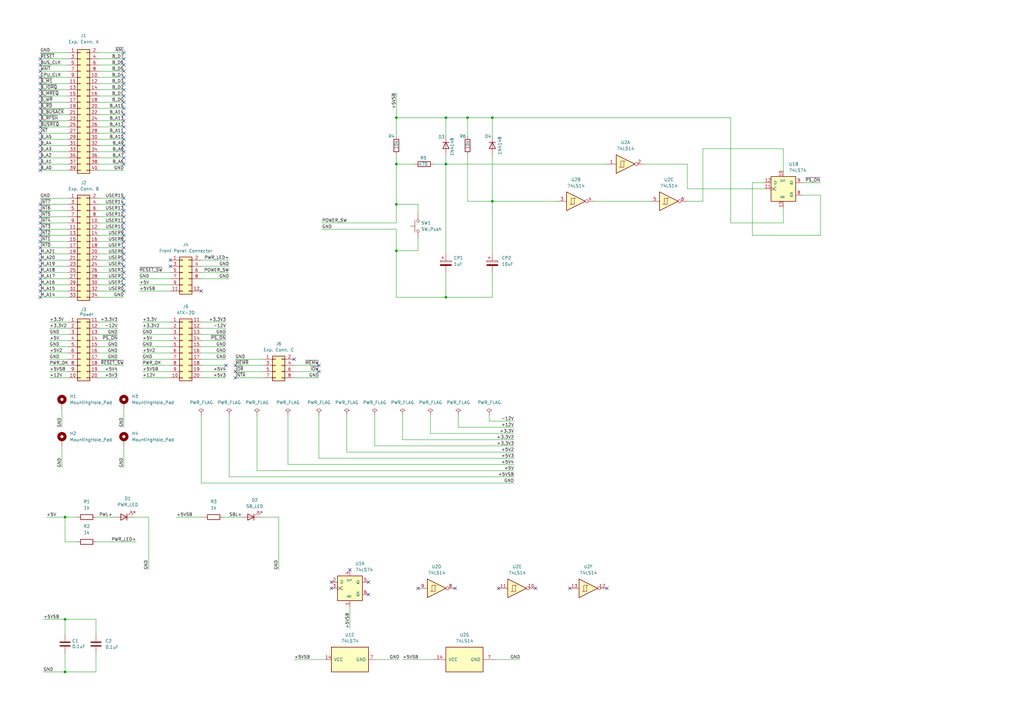
<source format=kicad_sch>
(kicad_sch (version 20231120) (generator "eeschema") (generator_version "8.0")
  (paper "A3")
  (title_block (title "Power board for the Stackable Z80 Computer R2") (date "2024-06-21") (rev "2.0"))
  (junction (at 162.56 48.26))
  (junction (at 162.56 102.87))
  (junction (at 162.56 67.31))
  (junction (at 182.88 67.31))
  (junction (at 201.93 82.55))
  (junction (at 162.56 83.82))
  (junction (at 201.93 48.26))
  (junction (at 191.77 48.26))
  (junction (at 26.67 212.09))
  (junction (at 182.88 121.92))
  (junction (at 26.67 275.59))
  (junction (at 182.88 48.26))
  (junction (at 26.67 254))
  (no_connect (at 233.68 241.3))
  (no_connect (at 16.51 104.14))
  (no_connect (at 16.51 91.44))
  (no_connect (at 16.51 101.6))
  (no_connect (at 16.51 116.84))
  (no_connect (at 50.8 52.07))
  (no_connect (at 16.51 31.75))
  (no_connect (at 151.13 238.76))
  (no_connect (at 50.8 114.3))
  (no_connect (at 16.51 62.23))
  (no_connect (at 50.8 96.52))
  (no_connect (at 50.8 109.22))
  (no_connect (at 16.51 106.68))
  (no_connect (at 16.51 69.85))
  (no_connect (at 50.8 67.31))
  (no_connect (at 50.8 39.37))
  (no_connect (at 16.51 86.36))
  (no_connect (at 120.65 147.32))
  (no_connect (at 50.8 116.84))
  (no_connect (at 50.8 24.13))
  (no_connect (at 16.51 93.98))
  (no_connect (at 96.52 152.4))
  (no_connect (at 50.8 104.14))
  (no_connect (at 171.45 241.3))
  (no_connect (at 96.52 149.86))
  (no_connect (at 16.51 54.61))
  (no_connect (at 50.8 91.44))
  (no_connect (at 16.51 109.22))
  (no_connect (at 204.47 241.3))
  (no_connect (at 16.51 29.21))
  (no_connect (at 135.89 241.3))
  (no_connect (at 50.8 88.9))
  (no_connect (at 16.51 114.3))
  (no_connect (at 50.8 54.61))
  (no_connect (at 50.8 29.21))
  (no_connect (at 16.51 46.99))
  (no_connect (at 69.85 106.68))
  (no_connect (at 143.51 233.68))
  (no_connect (at 130.81 149.86))
  (no_connect (at 16.51 39.37))
  (no_connect (at 130.81 152.4))
  (no_connect (at 16.51 41.91))
  (no_connect (at 16.51 57.15))
  (no_connect (at 50.8 93.98))
  (no_connect (at 219.71 241.3))
  (no_connect (at 16.51 67.31))
  (no_connect (at 16.51 111.76))
  (no_connect (at 50.8 62.23))
  (no_connect (at 50.8 57.15))
  (no_connect (at 50.8 46.99))
  (no_connect (at 50.8 44.45))
  (no_connect (at 82.55 119.38))
  (no_connect (at 50.8 49.53))
  (no_connect (at 16.51 121.92))
  (no_connect (at 50.8 83.82))
  (no_connect (at 16.51 34.29))
  (no_connect (at 16.51 24.13))
  (no_connect (at 50.8 101.6))
  (no_connect (at 16.51 59.69))
  (no_connect (at 50.8 26.67))
  (no_connect (at 50.8 119.38))
  (no_connect (at 96.52 154.94))
  (no_connect (at 50.8 59.69))
  (no_connect (at 16.51 44.45))
  (no_connect (at 151.13 243.84))
  (no_connect (at 50.8 64.77))
  (no_connect (at 16.51 64.77))
  (no_connect (at 50.8 99.06))
  (no_connect (at 16.51 83.82))
  (no_connect (at 16.51 36.83))
  (no_connect (at 16.51 119.38))
  (no_connect (at 50.8 86.36))
  (no_connect (at 92.71 149.86))
  (no_connect (at 50.8 111.76))
  (no_connect (at 248.92 241.3))
  (no_connect (at 69.85 109.22))
  (no_connect (at 16.51 49.53))
  (no_connect (at 50.8 81.28))
  (no_connect (at 50.8 41.91))
  (no_connect (at 50.8 31.75))
  (no_connect (at 50.8 34.29))
  (no_connect (at 16.51 26.67))
  (no_connect (at 50.8 21.59))
  (no_connect (at 16.51 99.06))
  (no_connect (at 16.51 96.52))
  (no_connect (at 50.8 36.83))
  (no_connect (at 16.51 88.9))
  (no_connect (at 186.69 241.3))
  (no_connect (at 135.89 238.76))
  (no_connect (at 50.8 106.68))
  (no_connect (at 16.51 52.07))
  (wire (pts (xy 191.77 63.5) (xy 191.77 82.55)))
  (wire (pts (xy 50.8 36.83) (xy 40.64 36.83)))
  (wire (pts (xy 40.64 104.14) (xy 50.8 104.14)))
  (wire (pts (xy 82.55 170.18) (xy 82.55 198.12)))
  (wire (pts (xy 299.72 48.26) (xy 201.93 48.26)))
  (wire (pts (xy 143.51 257.81) (xy 143.51 248.92)))
  (wire (pts (xy 264.16 67.31) (xy 281.94 67.31)))
  (wire (pts (xy 82.55 137.16) (xy 92.71 137.16)))
  (wire (pts (xy 16.51 114.3) (xy 27.94 114.3)))
  (wire (pts (xy 162.56 102.87) (xy 162.56 121.92)))
  (wire (pts (xy 16.51 36.83) (xy 27.94 36.83)))
  (wire (pts (xy 200.66 172.72) (xy 210.82 172.72)))
  (wire (pts (xy 48.26 132.08) (xy 40.64 132.08)))
  (wire (pts (xy 16.51 46.99) (xy 27.94 46.99)))
  (wire (pts (xy 57.15 116.84) (xy 69.85 116.84)))
  (wire (pts (xy 40.64 91.44) (xy 50.8 91.44)))
  (wire (pts (xy 50.8 167.64) (xy 50.8 175.26)))
  (wire (pts (xy 39.37 222.25) (xy 55.88 222.25)))
  (wire (pts (xy 19.05 212.09) (xy 26.67 212.09)))
  (wire (pts (xy 118.11 190.5) (xy 210.82 190.5)))
  (wire (pts (xy 182.88 63.5) (xy 182.88 67.31)))
  (wire (pts (xy 58.42 144.78) (xy 69.85 144.78)))
  (wire (pts (xy 20.32 154.94) (xy 27.94 154.94)))
  (wire (pts (xy 48.26 152.4) (xy 40.64 152.4)))
  (wire (pts (xy 281.94 67.31) (xy 281.94 77.47)))
  (wire (pts (xy 106.68 212.09) (xy 114.3 212.09)))
  (wire (pts (xy 118.11 170.18) (xy 118.11 190.5)))
  (wire (pts (xy 39.37 212.09) (xy 46.99 212.09)))
  (wire (pts (xy 130.81 170.18) (xy 130.81 187.96)))
  (wire (pts (xy 16.51 86.36) (xy 27.94 86.36)))
  (wire (pts (xy 182.88 67.31) (xy 182.88 104.14)))
  (wire (pts (xy 50.8 41.91) (xy 40.64 41.91)))
  (wire (pts (xy 58.42 137.16) (xy 69.85 137.16)))
  (wire (pts (xy 82.55 154.94) (xy 92.71 154.94)))
  (wire (pts (xy 40.64 106.68) (xy 50.8 106.68)))
  (wire (pts (xy 16.51 69.85) (xy 27.94 69.85)))
  (wire (pts (xy 82.55 139.7) (xy 92.71 139.7)))
  (wire (pts (xy 50.8 121.92) (xy 40.64 121.92)))
  (wire (pts (xy 50.8 52.07) (xy 40.64 52.07)))
  (wire (pts (xy 82.55 149.86) (xy 92.71 149.86)))
  (wire (pts (xy 39.37 260.35) (xy 39.37 254)))
  (wire (pts (xy 50.8 57.15) (xy 40.64 57.15)))
  (wire (pts (xy 25.4 182.88) (xy 25.4 191.77)))
  (wire (pts (xy 299.72 91.44) (xy 299.72 48.26)))
  (wire (pts (xy 40.64 101.6) (xy 50.8 101.6)))
  (wire (pts (xy 165.1 180.34) (xy 210.82 180.34)))
  (wire (pts (xy 16.51 41.91) (xy 27.94 41.91)))
  (wire (pts (xy 20.32 147.32) (xy 27.94 147.32)))
  (wire (pts (xy 321.31 85.09) (xy 321.31 91.44)))
  (wire (pts (xy 50.8 62.23) (xy 40.64 62.23)))
  (wire (pts (xy 48.26 147.32) (xy 40.64 147.32)))
  (wire (pts (xy 40.64 88.9) (xy 50.8 88.9)))
  (wire (pts (xy 82.55 152.4) (xy 92.71 152.4)))
  (wire (pts (xy 228.6 82.55) (xy 201.93 82.55)))
  (wire (pts (xy 20.32 139.7) (xy 27.94 139.7)))
  (wire (pts (xy 50.8 54.61) (xy 40.64 54.61)))
  (wire (pts (xy 16.51 54.61) (xy 27.94 54.61)))
  (wire (pts (xy 50.8 49.53) (xy 40.64 49.53)))
  (wire (pts (xy 58.42 147.32) (xy 69.85 147.32)))
  (wire (pts (xy 50.8 116.84) (xy 40.64 116.84)))
  (wire (pts (xy 50.8 24.13) (xy 40.64 24.13)))
  (wire (pts (xy 16.51 44.45) (xy 27.94 44.45)))
  (wire (pts (xy 201.93 121.92) (xy 182.88 121.92)))
  (wire (pts (xy 107.95 149.86) (xy 96.52 149.86)))
  (wire (pts (xy 336.55 74.93) (xy 328.93 74.93)))
  (wire (pts (xy 162.56 83.82) (xy 171.45 83.82)))
  (wire (pts (xy 50.8 34.29) (xy 40.64 34.29)))
  (wire (pts (xy 50.8 46.99) (xy 40.64 46.99)))
  (wire (pts (xy 48.26 137.16) (xy 40.64 137.16)))
  (wire (pts (xy 82.55 198.12) (xy 210.82 198.12)))
  (wire (pts (xy 105.41 193.04) (xy 210.82 193.04)))
  (wire (pts (xy 48.26 134.62) (xy 40.64 134.62)))
  (wire (pts (xy 20.32 134.62) (xy 27.94 134.62)))
  (wire (pts (xy 16.51 29.21) (xy 27.94 29.21)))
  (wire (pts (xy 130.81 154.94) (xy 120.65 154.94)))
  (wire (pts (xy 182.88 48.26) (xy 162.56 48.26)))
  (wire (pts (xy 50.8 59.69) (xy 40.64 59.69)))
  (wire (pts (xy 40.64 83.82) (xy 50.8 83.82)))
  (wire (pts (xy 58.42 149.86) (xy 69.85 149.86)))
  (wire (pts (xy 201.93 48.26) (xy 191.77 48.26)))
  (wire (pts (xy 58.42 134.62) (xy 69.85 134.62)))
  (wire (pts (xy 16.51 49.53) (xy 27.94 49.53)))
  (wire (pts (xy 132.08 91.44) (xy 162.56 91.44)))
  (wire (pts (xy 16.51 59.69) (xy 27.94 59.69)))
  (wire (pts (xy 182.88 67.31) (xy 248.92 67.31)))
  (wire (pts (xy 336.55 96.52) (xy 308.61 96.52)))
  (wire (pts (xy 25.4 167.64) (xy 25.4 175.26)))
  (wire (pts (xy 16.51 39.37) (xy 27.94 39.37)))
  (wire (pts (xy 16.51 26.67) (xy 27.94 26.67)))
  (wire (pts (xy 120.65 149.86) (xy 130.81 149.86)))
  (wire (pts (xy 57.15 111.76) (xy 69.85 111.76)))
  (wire (pts (xy 201.93 82.55) (xy 191.77 82.55)))
  (wire (pts (xy 243.84 82.55) (xy 266.7 82.55)))
  (wire (pts (xy 26.67 267.97) (xy 26.67 275.59)))
  (wire (pts (xy 93.98 195.58) (xy 210.82 195.58)))
  (wire (pts (xy 82.55 147.32) (xy 92.71 147.32)))
  (wire (pts (xy 16.51 119.38) (xy 27.94 119.38)))
  (wire (pts (xy 40.64 99.06) (xy 50.8 99.06)))
  (wire (pts (xy 16.51 121.92) (xy 27.94 121.92)))
  (wire (pts (xy 20.32 144.78) (xy 27.94 144.78)))
  (wire (pts (xy 16.51 31.75) (xy 27.94 31.75)))
  (wire (pts (xy 50.8 67.31) (xy 40.64 67.31)))
  (wire (pts (xy 96.52 154.94) (xy 107.95 154.94)))
  (wire (pts (xy 93.98 111.76) (xy 82.55 111.76)))
  (wire (pts (xy 16.51 109.22) (xy 27.94 109.22)))
  (wire (pts (xy 163.83 270.51) (xy 153.67 270.51)))
  (wire (pts (xy 40.64 142.24) (xy 48.26 142.24)))
  (wire (pts (xy 176.53 177.8) (xy 210.82 177.8)))
  (wire (pts (xy 40.64 109.22) (xy 50.8 109.22)))
  (wire (pts (xy 16.51 93.98) (xy 27.94 93.98)))
  (wire (pts (xy 16.51 116.84) (xy 27.94 116.84)))
  (wire (pts (xy 16.51 52.07) (xy 27.94 52.07)))
  (wire (pts (xy 162.56 83.82) (xy 162.56 67.31)))
  (wire (pts (xy 171.45 87.63) (xy 171.45 83.82)))
  (wire (pts (xy 17.78 275.59) (xy 26.67 275.59)))
  (wire (pts (xy 60.96 212.09) (xy 54.61 212.09)))
  (wire (pts (xy 58.42 139.7) (xy 69.85 139.7)))
  (wire (pts (xy 120.65 152.4) (xy 130.81 152.4)))
  (wire (pts (xy 58.42 142.24) (xy 69.85 142.24)))
  (wire (pts (xy 20.32 132.08) (xy 27.94 132.08)))
  (wire (pts (xy 153.67 170.18) (xy 153.67 182.88)))
  (wire (pts (xy 132.08 93.98) (xy 162.56 93.98)))
  (wire (pts (xy 50.8 64.77) (xy 40.64 64.77)))
  (wire (pts (xy 187.96 175.26) (xy 210.82 175.26)))
  (wire (pts (xy 48.26 144.78) (xy 40.64 144.78)))
  (wire (pts (xy 16.51 57.15) (xy 27.94 57.15)))
  (wire (pts (xy 50.8 114.3) (xy 40.64 114.3)))
  (wire (pts (xy 162.56 102.87) (xy 171.45 102.87)))
  (wire (pts (xy 191.77 55.88) (xy 191.77 48.26)))
  (wire (pts (xy 281.94 82.55) (xy 288.29 82.55)))
  (wire (pts (xy 26.67 222.25) (xy 26.67 212.09)))
  (wire (pts (xy 20.32 149.86) (xy 27.94 149.86)))
  (wire (pts (xy 48.26 154.94) (xy 40.64 154.94)))
  (wire (pts (xy 162.56 67.31) (xy 162.56 63.5)))
  (wire (pts (xy 170.18 67.31) (xy 162.56 67.31)))
  (wire (pts (xy 26.67 275.59) (xy 39.37 275.59)))
  (wire (pts (xy 20.32 152.4) (xy 27.94 152.4)))
  (wire (pts (xy 16.51 64.77) (xy 27.94 64.77)))
  (wire (pts (xy 142.24 170.18) (xy 142.24 185.42)))
  (wire (pts (xy 162.56 38.1) (xy 162.56 48.26)))
  (wire (pts (xy 82.55 132.08) (xy 92.71 132.08)))
  (wire (pts (xy 26.67 260.35) (xy 26.67 254)))
  (wire (pts (xy 16.51 81.28) (xy 27.94 81.28)))
  (wire (pts (xy 281.94 77.47) (xy 313.69 77.47)))
  (wire (pts (xy 162.56 121.92) (xy 182.88 121.92)))
  (wire (pts (xy 72.39 212.09) (xy 83.82 212.09)))
  (wire (pts (xy 50.8 31.75) (xy 40.64 31.75)))
  (wire (pts (xy 93.98 109.22) (xy 82.55 109.22)))
  (wire (pts (xy 50.8 69.85) (xy 40.64 69.85)))
  (wire (pts (xy 48.26 139.7) (xy 40.64 139.7)))
  (wire (pts (xy 16.51 99.06) (xy 27.94 99.06)))
  (wire (pts (xy 16.51 88.9) (xy 27.94 88.9)))
  (wire (pts (xy 171.45 97.79) (xy 171.45 102.87)))
  (wire (pts (xy 57.15 119.38) (xy 69.85 119.38)))
  (wire (pts (xy 187.96 170.18) (xy 187.96 175.26)))
  (wire (pts (xy 50.8 182.88) (xy 50.8 191.77)))
  (wire (pts (xy 16.51 106.68) (xy 27.94 106.68)))
  (wire (pts (xy 201.93 48.26) (xy 201.93 55.88)))
  (wire (pts (xy 58.42 132.08) (xy 69.85 132.08)))
  (wire (pts (xy 142.24 185.42) (xy 210.82 185.42)))
  (wire (pts (xy 16.51 96.52) (xy 27.94 96.52)))
  (wire (pts (xy 26.67 212.09) (xy 31.75 212.09)))
  (wire (pts (xy 201.93 82.55) (xy 201.93 104.14)))
  (wire (pts (xy 17.78 254) (xy 26.67 254)))
  (wire (pts (xy 162.56 93.98) (xy 162.56 102.87)))
  (wire (pts (xy 16.51 67.31) (xy 27.94 67.31)))
  (wire (pts (xy 321.31 91.44) (xy 299.72 91.44)))
  (wire (pts (xy 50.8 44.45) (xy 40.64 44.45)))
  (wire (pts (xy 308.61 74.93) (xy 313.69 74.93)))
  (wire (pts (xy 114.3 212.09) (xy 114.3 233.68)))
  (wire (pts (xy 16.51 21.59) (xy 27.94 21.59)))
  (wire (pts (xy 182.88 111.76) (xy 182.88 121.92)))
  (wire (pts (xy 50.8 21.59) (xy 40.64 21.59)))
  (wire (pts (xy 16.51 111.76) (xy 27.94 111.76)))
  (wire (pts (xy 16.51 104.14) (xy 27.94 104.14)))
  (wire (pts (xy 40.64 93.98) (xy 50.8 93.98)))
  (wire (pts (xy 162.56 48.26) (xy 162.56 55.88)))
  (wire (pts (xy 288.29 82.55) (xy 288.29 60.96)))
  (wire (pts (xy 336.55 80.01) (xy 336.55 96.52)))
  (wire (pts (xy 69.85 114.3) (xy 57.15 114.3)))
  (wire (pts (xy 165.1 270.51) (xy 177.8 270.51)))
  (wire (pts (xy 177.8 67.31) (xy 182.88 67.31)))
  (wire (pts (xy 50.8 111.76) (xy 40.64 111.76)))
  (wire (pts (xy 50.8 29.21) (xy 40.64 29.21)))
  (wire (pts (xy 200.66 170.18) (xy 200.66 172.72)))
  (wire (pts (xy 308.61 96.52) (xy 308.61 74.93)))
  (wire (pts (xy 201.93 111.76) (xy 201.93 121.92)))
  (wire (pts (xy 50.8 119.38) (xy 40.64 119.38)))
  (wire (pts (xy 26.67 254) (xy 39.37 254)))
  (wire (pts (xy 50.8 149.86) (xy 40.64 149.86)))
  (wire (pts (xy 16.51 24.13) (xy 27.94 24.13)))
  (wire (pts (xy 288.29 60.96) (xy 321.31 60.96)))
  (wire (pts (xy 58.42 154.94) (xy 69.85 154.94)))
  (wire (pts (xy 20.32 137.16) (xy 27.94 137.16)))
  (wire (pts (xy 39.37 267.97) (xy 39.37 275.59)))
  (wire (pts (xy 328.93 80.01) (xy 336.55 80.01)))
  (wire (pts (xy 93.98 170.18) (xy 93.98 195.58)))
  (wire (pts (xy 16.51 83.82) (xy 27.94 83.82)))
  (wire (pts (xy 91.44 212.09) (xy 99.06 212.09)))
  (wire (pts (xy 213.36 270.51) (xy 203.2 270.51)))
  (wire (pts (xy 40.64 81.28) (xy 50.8 81.28)))
  (wire (pts (xy 40.64 86.36) (xy 50.8 86.36)))
  (wire (pts (xy 60.96 212.09) (xy 60.96 233.68)))
  (wire (pts (xy 201.93 63.5) (xy 201.93 82.55)))
  (wire (pts (xy 16.51 91.44) (xy 27.94 91.44)))
  (wire (pts (xy 93.98 106.68) (xy 82.55 106.68)))
  (wire (pts (xy 191.77 48.26) (xy 182.88 48.26)))
  (wire (pts (xy 16.51 101.6) (xy 27.94 101.6)))
  (wire (pts (xy 96.52 147.32) (xy 107.95 147.32)))
  (wire (pts (xy 20.32 142.24) (xy 27.94 142.24)))
  (wire (pts (xy 82.55 144.78) (xy 92.71 144.78)))
  (wire (pts (xy 58.42 152.4) (xy 69.85 152.4)))
  (wire (pts (xy 165.1 170.18) (xy 165.1 180.34)))
  (wire (pts (xy 321.31 60.96) (xy 321.31 69.85)))
  (wire (pts (xy 40.64 96.52) (xy 50.8 96.52)))
  (wire (pts (xy 176.53 170.18) (xy 176.53 177.8)))
  (wire (pts (xy 162.56 91.44) (xy 162.56 83.82)))
  (wire (pts (xy 182.88 48.26) (xy 182.88 55.88)))
  (wire (pts (xy 130.81 187.96) (xy 210.82 187.96)))
  (wire (pts (xy 153.67 182.88) (xy 210.82 182.88)))
  (wire (pts (xy 82.55 142.24) (xy 92.71 142.24)))
  (wire (pts (xy 50.8 26.67) (xy 40.64 26.67)))
  (wire (pts (xy 107.95 152.4) (xy 96.52 152.4)))
  (wire (pts (xy 26.67 222.25) (xy 31.75 222.25)))
  (wire (pts (xy 82.55 114.3) (xy 93.98 114.3)))
  (wire (pts (xy 50.8 39.37) (xy 40.64 39.37)))
  (wire (pts (xy 82.55 134.62) (xy 92.71 134.62)))
  (wire (pts (xy 16.51 62.23) (xy 27.94 62.23)))
  (wire (pts (xy 120.65 270.51) (xy 133.35 270.51)))
  (wire (pts (xy 105.41 170.18) (xy 105.41 193.04)))
  (wire (pts (xy 16.51 34.29) (xy 27.94 34.29)))
  (label "GND" (at 163.83 270.51 180))
  (label "POWER_SW" (at 132.08 91.44 0))
  (label "GND" (at 50.8 175.26 90))
  (label "+3.3V3" (at 92.71 132.08 180))
  (label "~{MEMW}" (at 130.81 149.86 180))
  (label "USER4" (at 50.8 109.22 180))
  (label "~{RESET}" (at 16.51 24.13 0))
  (label "GND" (at 25.4 191.77 90))
  (label "+5VSB" (at 165.1 270.51 0))
  (label "USER9" (at 50.8 96.52 180))
  (label "GND" (at 48.26 144.78 180))
  (label "~{INT}" (at 16.51 54.61 0))
  (label "GND" (at 130.81 154.94 180))
  (label "B_A1" (at 16.51 67.31 0))
  (label "GND" (at 50.8 191.77 90))
  (label "B_A9" (at 50.8 59.69 180))
  (label "B_D4" (at 50.8 31.75 180))
  (label "GND" (at 60.96 233.68 90))
  (label "GND" (at 16.51 21.59 0))
  (label "GND" (at 58.42 137.16 0))
  (label "~{PS_ON}" (at 336.55 74.93 180))
  (label "GND" (at 93.98 114.3 180))
  (label "B_A8" (at 50.8 62.23 180))
  (label "GND" (at 93.98 109.22 180))
  (label "+5V2" (at 20.32 144.78 0))
  (label "+3.3V2" (at 58.42 134.62 0))
  (label "~{PS_ON}" (at 48.26 139.7 180))
  (label "B_A5" (at 16.51 57.15 0))
  (label "B_A4" (at 16.51 59.69 0))
  (label "~{INT1}" (at 16.51 99.06 0))
  (label "BUS_CLK" (at 16.51 26.67 0))
  (label "~{INT0}" (at 16.51 101.6 0))
  (label "~{B_M1}" (at 16.51 34.29 0))
  (label "GND" (at 16.51 81.28 0))
  (label "+5VSB" (at 120.65 270.51 0))
  (label "B_A6" (at 50.8 67.31 180))
  (label "USER10" (at 50.8 93.98 180))
  (label "B_A3" (at 16.51 62.23 0))
  (label "B_D5" (at 50.8 29.21 180))
  (label "B_D3" (at 50.8 34.29 180))
  (label "GND" (at 213.36 270.51 180))
  (label "+5V" (at 210.82 193.04 180))
  (label "~{B_RFSH}" (at 16.51 49.53 0))
  (label "USER13" (at 50.8 86.36 180))
  (label "USER2" (at 50.8 114.3 180))
  (label "USER5" (at 50.8 106.68 180))
  (label "M_A16" (at 16.51 116.84 0))
  (label "B_A7" (at 50.8 64.77 180))
  (label "GND" (at 114.3 233.68 90))
  (label "+5V4" (at 92.71 152.4 180))
  (label "CPU_CLK" (at 16.51 31.75 0))
  (label "GND" (at 58.42 142.24 0))
  (label "GND" (at 20.32 137.16 0))
  (label "GND" (at 25.4 175.26 90))
  (label "B_D6" (at 50.8 26.67 180))
  (label "PWR_LED+" (at 93.98 106.68 180))
  (label "PWL+" (at 40.64 212.09 0))
  (label "USER14" (at 50.8 83.82 180))
  (label "M_A17" (at 16.51 114.3 0))
  (label "GND" (at 210.82 198.12 180))
  (label "+5V2" (at 58.42 144.78 0))
  (label "GND" (at 132.08 93.98 0))
  (label "USER8" (at 50.8 99.06 180))
  (label "~{NMI}" (at 50.8 21.59 180))
  (label "M_A14" (at 16.51 121.92 0))
  (label "PWR_OK" (at 20.32 149.86 0))
  (label "~{WAIT}" (at 16.51 29.21 0))
  (label "B_A11" (at 50.8 54.61 180))
  (label "+5V3" (at 48.26 154.94 180))
  (label "B_D7" (at 50.8 24.13 180))
  (label "+5V3" (at 210.82 187.96 180))
  (label "M_A20" (at 16.51 106.68 0))
  (label "GND" (at 92.71 137.16 180))
  (label "+12V" (at 58.42 154.94 0))
  (label "B_A13" (at 50.8 49.53 180))
  (label "+12V" (at 210.82 175.26 180))
  (label "+5V2" (at 210.82 185.42 180))
  (label "USER3" (at 50.8 111.76 180))
  (label "-12V" (at 48.26 134.62 180))
  (label "~{RESET_SW}" (at 57.15 111.76 0))
  (label "GND" (at 92.71 144.78 180))
  (label "+5V" (at 19.05 212.09 0))
  (label "+3.3V2" (at 210.82 180.34 180))
  (label "~{B_BUSACK}" (at 16.51 46.99 0))
  (label "B_A10" (at 50.8 57.15 180))
  (label "~{B_MREQ}" (at 16.51 39.37 0))
  (label "GND" (at 58.42 147.32 0))
  (label "USER11" (at 50.8 91.44 180))
  (label "M_A15" (at 16.51 119.38 0))
  (label "~{PS_ON}" (at 92.71 139.7 180))
  (label "+5V" (at 58.42 139.7 0))
  (label "+5VSB" (at 58.42 152.4 0))
  (label "+3.3V" (at 20.32 132.08 0))
  (label "USER0" (at 50.8 119.38 180))
  (label "M_A18" (at 16.51 111.76 0))
  (label "~{INT5}" (at 16.51 88.9 0))
  (label "~{RESET_SW}" (at 50.8 149.86 180))
  (label "PWR_OK" (at 58.42 149.86 0))
  (label "+5V3" (at 92.71 154.94 180))
  (label "B_D0" (at 50.8 41.91 180))
  (label "+5VSB" (at 210.82 195.58 180))
  (label "+3.3V3" (at 48.26 132.08 180))
  (label "+5VSB" (at 20.32 152.4 0))
  (label "USER7" (at 50.8 101.6 180))
  (label "+3.3V2" (at 20.32 134.62 0))
  (label "GND" (at 48.26 137.16 180))
  (label "GND" (at 20.32 147.32 0))
  (label "USER1" (at 50.8 116.84 180))
  (label "+5VSB" (at 17.78 254 0))
  (label "GND" (at 17.78 275.59 0))
  (label "GND" (at 92.71 147.32 180))
  (label "SBL+" (at 93.98 212.09 0))
  (label "~{B_WR}" (at 16.51 41.91 0))
  (label "GND" (at 50.8 69.85 180))
  (label "B_D2" (at 50.8 36.83 180))
  (label "~{INT6}" (at 16.51 86.36 0))
  (label "~{INT2}" (at 16.51 96.52 0))
  (label "+5VSB" (at 57.15 119.38 0))
  (label "B_A2" (at 16.51 64.77 0))
  (label "~{INTA}" (at 96.52 154.94 0))
  (label "USER15" (at 50.8 81.28 180))
  (label "GND" (at 57.15 114.3 0))
  (label "POWER_SW" (at 93.98 111.76 180))
  (label "+5VSB" (at 162.56 38.1 270))
  (label "B_A0" (at 16.51 69.85 0))
  (label "B_A12" (at 50.8 52.07 180))
  (label "+3.3V3" (at 210.82 182.88 180))
  (label "M_A19" (at 16.51 109.22 0))
  (label "+5VSB" (at 143.51 257.81 90))
  (label "~{IOW}" (at 130.81 152.4 180))
  (label "~{MEMR}" (at 96.52 149.86 0))
  (label "+5V4" (at 48.26 152.4 180))
  (label "+5V" (at 20.32 139.7 0))
  (label "~{IOR}" (at 96.52 152.4 0))
  (label "M_A21" (at 16.51 104.14 0))
  (label "+5V" (at 57.15 116.84 0))
  (label "GND" (at 48.26 147.32 180))
  (label "~{B_IORQ}" (at 16.51 36.83 0))
  (label "USER6" (at 50.8 104.14 180))
  (label "+3.3V" (at 210.82 177.8 180))
  (label "B_A14" (at 50.8 46.99 180))
  (label "USER12" (at 50.8 88.9 180))
  (label "+5V4" (at 210.82 190.5 180))
  (label "+12V" (at 20.32 154.94 0))
  (label "~{B_RD}" (at 16.51 44.45 0))
  (label "GND" (at 96.52 147.32 0))
  (label "PWR_LED+" (at 55.88 222.25 180))
  (label "GND" (at 92.71 142.24 180))
  (label "~{BUSREQ}" (at 16.51 52.07 0))
  (label "GND" (at 48.26 142.24 180))
  (label "~{INT4}" (at 16.51 91.44 0))
  (label "~{INT7}" (at 16.51 83.82 0))
  (label "-12V" (at 210.82 172.72 180))
  (label "GND" (at 50.8 121.92 180))
  (label "B_D1" (at 50.8 39.37 180))
  (label "B_A15" (at 50.8 44.45 180))
  (label "GND" (at 20.32 142.24 0))
  (label "+3.3V" (at 58.42 132.08 0))
  (label "+5VSB" (at 72.39 212.09 0))
  (label "-12V" (at 92.71 134.62 180))
  (label "~{INT3}" (at 16.51 93.98 0))
  (symbol (lib_id "power:PWR_FLAG") (at 105.41 170.18 0) (unit 1)
    (property "Reference" "#FLG03" (effects (hide yes)))
    (property "Value" "PWR_FLAG" (at 105.41 165.1 0))
    (property "Description" "Special symbol for telling ERC where power comes from" (effects (hide yes)))
  )
  (symbol (lib_id "Device:LED") (at 102.87 212.09 180) (unit 1)
    (property "Reference" "D2" (at 104.4575 205.105 0))
    (property "Value" "SB_LED" (at 104.4575 207.645 0))
    (property "Footprint" "LED_THT:LED_D3.0mm" (effects (hide yes)))
    (property "Description" "-40℃~+100℃ 626nm Red 14mW Plugin,D=3.2mm Light Emitting Diodes (LED) ROHS" (effects (hide yes)))
    (property "MPN" "HLMP-1700" (effects (hide yes)))
    (property "Manufacterer" "Broadcom/AVAGO" (effects (hide yes)))
    (property "Package" "LED_D3.0mm" (effects (hide yes)))
  )
  (symbol (lib_id "power:PWR_FLAG") (at 165.1 170.18 0) (unit 1)
    (property "Reference" "#FLG08" (effects (hide yes)))
    (property "Value" "PWR_FLAG" (at 165.1 165.1 0))
    (property "Description" "Special symbol for telling ERC where power comes from" (effects (hide yes)))
  )
  (symbol (lib_id "power:PWR_FLAG") (at 153.67 170.18 0) (unit 1)
    (property "Reference" "#FLG07" (effects (hide yes)))
    (property "Value" "PWR_FLAG" (at 153.67 165.1 0))
    (property "Description" "Special symbol for telling ERC where power comes from" (effects (hide yes)))
  )
  (symbol (lib_id "power:PWR_FLAG") (at 187.96 170.18 0) (unit 1)
    (property "Reference" "#FLG010" (effects (hide yes)))
    (property "Value" "PWR_FLAG" (at 187.96 165.1 0))
    (property "Description" "Special symbol for telling ERC where power comes from" (effects (hide yes)))
  )
  (symbol (lib_id "Device:R") (at 35.56 222.25 270) (unit 1)
    (property "Reference" "R2" (at 35.56 215.9 90))
    (property "Value" "1k" (at 35.56 218.44 90))
    (property "Footprint" "Resistor_THT:R_Axial_DIN0204_L3.6mm_D1.6mm_P7.62mm_Horizontal" (effects (hide yes)))
    (property "Description" "Metal Film Resistors 1kΩ 2W ±50ppm/℃ ±1% Plugin Through Hole Resistors ROHS" (effects (hide yes)))
    (property "MPN" "MBA02040C1001FC100" (effects (hide yes)))
    (property "Manufacterer" "Vishay Intertech" (effects (hide yes)))
    (property "Package" "Plugin" (effects (hide yes)))
  )
  (symbol (lib_id "Mechanical:MountingHole_Pad") (at 50.8 180.34 0) (unit 1)
    (property "Reference" "H4" (at 53.975 177.7999 0) (effects (justify left)))
    (property "Value" "MountingHole_Pad" (at 53.975 180.3399 0) (effects (justify left)))
    (property "Footprint" "MountingHole:MountingHole_3.2mm_M3_ISO7380_Pad" (effects (hide yes)))
    (property "Description" "Mounting Hole with connection" (effects (hide yes)))
  )
  (symbol (lib_id "Device:C_Polarized") (at 201.93 107.95 0) (unit 1)
    (property "Reference" "CP2" (at 205.74 105.791 0) (effects (justify left)))
    (property "Value" "10uF" (at 205.74 108.331 0) (effects (justify left)))
    (property "Footprint" "Capacitor_THT:CP_Radial_D5.0mm_P2.50mm" (effects (hide yes)))
    (property "Description" " 10uF 50V ±20% 65mA@120Hz Plugin,D5xL11mm Aluminum Electrolytic Capacitors - Leaded ROHS " (effects (hide yes)))
    (property "MPN" "ECA1HM100I" (effects (hide yes)))
    (property "Manufacterer" "PANASONIC " (effects (hide yes)))
    (property "Package" "Plugin,D4xL7mm" (effects (hide yes)))
  )
  (symbol (lib_id "Device:R") (at 191.77 59.69 180) (unit 1)
    (property "Reference" "R6" (at 188.468 55.88 0) (effects (justify right)))
    (property "Value" "10k" (at 191.77 61.214 90) (effects (justify right)))
    (property "Footprint" "Resistor_THT:R_Axial_DIN0204_L3.6mm_D1.6mm_P7.62mm_Horizontal" (effects (hide yes)))
    (property "Description" "Metal Film Resistors 10kΩ 400mW ±50ppm/℃ ±1% Plugin,D1.6xL3.6mm Through Hole Resistors ROHS " (effects (hide yes)))
    (property "MPN" " MRS16000C1002FRP00" (effects (hide yes)))
    (property "Manufacterer" "Vishay Intertech" (effects (hide yes)))
    (property "Package" "Plugin,D1.6xL3.6mm" (effects (hide yes)))
  )
  (symbol (lib_id "power:PWR_FLAG") (at 82.55 170.18 0) (unit 1)
    (property "Reference" "#FLG01" (effects (hide yes)))
    (property "Value" "PWR_FLAG" (at 82.55 165.1 0))
    (property "Description" "Special symbol for telling ERC where power comes from" (effects (hide yes)))
  )
  (symbol (lib_id "74xx:74LS14") (at 236.22 82.55 0) (unit 2)
    (property "Reference" "U2" (at 236.22 73.66 0))
    (property "Value" "74LS14" (at 236.22 76.2 0))
    (property "Footprint" "Package_DIP:DIP-14_W7.62mm_Socket" (effects (hide yes)))
    (property "Datasheet" "http://www.ti.com/lit/gpn/sn74LS14" (effects (hide yes)))
    (property "Description" "Hex inverter schmitt trigger" (effects (hide yes)))
    (property "MPN" "1-2199298-3" (effects (hide yes)))
    (property "Manufacterer" "TE Connectivity " (effects (hide yes)))
    (property "Package" "DIP-14" (effects (hide yes)))
  )
  (symbol (lib_id "74xx:74LS14") (at 190.5 270.51 90) (unit 7)
    (property "Reference" "U2" (at 190.5 260.35 90))
    (property "Value" "74LS14" (at 190.5 262.89 90))
    (property "Footprint" "Package_DIP:DIP-14_W7.62mm_Socket" (effects (hide yes)))
    (property "Datasheet" "http://www.ti.com/lit/gpn/sn74LS14" (effects (hide yes)))
    (property "Description" "Hex inverter schmitt trigger" (effects (hide yes)))
    (property "MPN" "1-2199298-3" (effects (hide yes)))
    (property "Manufacterer" "TE Connectivity " (effects (hide yes)))
    (property "Package" "DIP-14" (effects (hide yes)))
  )
  (symbol (lib_id "Mechanical:MountingHole_Pad") (at 25.4 165.1 0) (unit 1)
    (property "Reference" "H1" (at 28.575 162.5599 0) (effects (justify left)))
    (property "Value" "MountingHole_Pad" (at 28.575 165.0999 0) (effects (justify left)))
    (property "Footprint" "MountingHole:MountingHole_3.2mm_M3_ISO7380_Pad" (effects (hide yes)))
    (property "Description" "Mounting Hole with connection" (effects (hide yes)))
  )
  (symbol (lib_id "Device:R") (at 87.63 212.09 270) (unit 1)
    (property "Reference" "R3" (at 87.63 205.74 90))
    (property "Value" "1k" (at 87.63 208.28 90))
    (property "Footprint" "Resistor_THT:R_Axial_DIN0204_L3.6mm_D1.6mm_P7.62mm_Horizontal" (effects (hide yes)))
    (property "Description" "Metal Film Resistors 1kΩ 2W ±50ppm/℃ ±1% Plugin Through Hole Resistors ROHS" (effects (hide yes)))
    (property "MPN" "MBA02040C1001FC100" (effects (hide yes)))
    (property "Manufacterer" "Vishay Intertech" (effects (hide yes)))
    (property "Package" "Plugin" (effects (hide yes)))
  )
  (symbol (lib_id "Mechanical:MountingHole_Pad") (at 50.8 165.1 0) (unit 1)
    (property "Reference" "H3" (at 53.975 162.5599 0) (effects (justify left)))
    (property "Value" "MountingHole_Pad" (at 53.975 165.0999 0) (effects (justify left)))
    (property "Footprint" "MountingHole:MountingHole_3.2mm_M3_ISO7380_Pad" (effects (hide yes)))
    (property "Description" "Mounting Hole with connection" (effects (hide yes)))
  )
  (symbol (lib_id "Switch:SW_Push") (at 171.45 92.71 90) (unit 1)
    (property "Reference" "SW1" (at 172.72 91.4399 90) (effects (justify right)))
    (property "Value" "SW_Push" (at 172.72 93.9799 90) (effects (justify right)))
    (property "Footprint" "ownlib:SW_TH_Tactile_Omron_B3F-10xx" (effects (hide yes)))
    (property "Description" "Push button switch, generic, two pins" (effects (hide yes)))
    (property "MPN" "B3F-1000" (effects (hide yes)))
    (property "Manufacterer" " Omron Electronics " (effects (hide yes)))
    (property "Package" "Plugin-4P,6x6mm" (effects (hide yes)))
  )
  (symbol (lib_id "Connector_Generic:Conn_02x10_Top_Bottom") (at 33.02 142.24 0) (unit 1)
    (property "Reference" "J3" (at 34.29 127 0))
    (property "Value" "Power" (at 35.56 128.905 0))
    (property "Footprint" "Connector_IDC:IDC-Header_2x10_P2.54mm_Horizontal" (effects (hide yes)))
    (property "Description" "Generic connector, double row, 02x10, top/bottom pin numbering scheme (row 1: 1...pins_per_row, row2: pins_per_row+1 ... num_pins), script generated (kicad-library-utils/schlib/autogen/connector/)" (effects (hide yes)))
    (property "MPN" "X9555WR-2x10-6TV01" (effects (hide yes)))
    (property "Manufacterer" "XKB Connectivity" (effects (hide yes)))
    (property "Package" "Push-Pull,P=2.54mm" (effects (hide yes)))
  )
  (symbol (lib_id "Device:R") (at 173.99 67.31 270) (unit 1)
    (property "Reference" "R5" (at 175.006 64.77 90) (effects (justify right)))
    (property "Value" "470" (at 175.514 67.31 90) (effects (justify right)))
    (property "Footprint" "Resistor_THT:R_Axial_DIN0204_L3.6mm_D1.6mm_P7.62mm_Horizontal" (effects (hide yes)))
    (property "Description" " Metal Film Resistors 470Ω 125mW ±1% Plugin,D1.7xL3.5mm Through Hole Resistors ROHS " (effects (hide yes)))
    (property "MPN" "RN 1/8W 470R F T/B" (effects (hide yes)))
    (property "Manufacterer" " TyoHM" (effects (hide yes)))
    (property "Package" "Plugin,D1.7xL3.5mm" (effects (hide yes)))
  )
  (symbol (lib_id "74xx:74LS14") (at 241.3 241.3 0) (unit 6)
    (property "Reference" "U2" (at 241.3 232.41 0))
    (property "Value" "74LS14" (at 241.3 234.95 0))
    (property "Footprint" "Package_DIP:DIP-14_W7.62mm_Socket" (effects (hide yes)))
    (property "Datasheet" "http://www.ti.com/lit/gpn/sn74LS14" (effects (hide yes)))
    (property "Description" "Hex inverter schmitt trigger" (effects (hide yes)))
    (property "MPN" "1-2199298-3" (effects (hide yes)))
    (property "Manufacterer" "TE Connectivity " (effects (hide yes)))
    (property "Package" "DIP-14" (effects (hide yes)))
  )
  (symbol (lib_id "power:PWR_FLAG") (at 176.53 170.18 0) (unit 1)
    (property "Reference" "#FLG09" (effects (hide yes)))
    (property "Value" "PWR_FLAG" (at 176.53 165.1 0))
    (property "Description" "Special symbol for telling ERC where power comes from" (effects (hide yes)))
  )
  (symbol (lib_id "74xx:74LS14") (at 212.09 241.3 0) (unit 5)
    (property "Reference" "U2" (at 212.09 232.41 0))
    (property "Value" "74LS14" (at 212.09 234.95 0))
    (property "Footprint" "Package_DIP:DIP-14_W7.62mm_Socket" (effects (hide yes)))
    (property "Datasheet" "http://www.ti.com/lit/gpn/sn74LS14" (effects (hide yes)))
    (property "Description" "Hex inverter schmitt trigger" (effects (hide yes)))
    (property "MPN" "1-2199298-3" (effects (hide yes)))
    (property "Manufacterer" "TE Connectivity " (effects (hide yes)))
    (property "Package" "DIP-14" (effects (hide yes)))
  )
  (symbol (lib_id "74xx:74LS74") (at 143.51 241.3 0) (unit 1)
    (property "Reference" "U1" (at 145.7041 231.14 0) (effects (justify left)))
    (property "Value" "74LS74" (at 145.7041 233.68 0) (effects (justify left)))
    (property "Footprint" "Package_DIP:DIP-14_W7.62mm_Socket" (effects (hide yes)))
    (property "Datasheet" "74xx/74hc_hct74.pdf" (effects (hide yes)))
    (property "Description" "Dual D Flip-flop, Set & Reset" (effects (hide yes)))
    (property "MPN" "1-2199298-3" (effects (hide yes)))
    (property "Manufacterer" "TE Connectivity " (effects (hide yes)))
    (property "Package" "DIP-14" (effects (hide yes)))
  )
  (symbol (lib_id "power:PWR_FLAG") (at 118.11 170.18 0) (unit 1)
    (property "Reference" "#FLG04" (effects (hide yes)))
    (property "Value" "PWR_FLAG" (at 118.11 165.1 0))
    (property "Description" "Special symbol for telling ERC where power comes from" (effects (hide yes)))
  )
  (symbol (lib_id "Device:R") (at 35.56 212.09 270) (unit 1)
    (property "Reference" "R1" (at 35.56 205.74 90))
    (property "Value" "1k" (at 35.56 208.28 90))
    (property "Footprint" "Resistor_THT:R_Axial_DIN0204_L3.6mm_D1.6mm_P7.62mm_Horizontal" (effects (hide yes)))
    (property "Description" "Metal Film Resistors 1kΩ 2W ±50ppm/℃ ±1% Plugin Through Hole Resistors ROHS" (effects (hide yes)))
    (property "MPN" "MBA02040C1001FC100" (effects (hide yes)))
    (property "Manufacterer" "Vishay Intertech" (effects (hide yes)))
    (property "Package" "Plugin" (effects (hide yes)))
  )
  (symbol (lib_id "power:PWR_FLAG") (at 200.66 170.18 0) (unit 1)
    (property "Reference" "#FLG011" (effects (hide yes)))
    (property "Value" "PWR_FLAG" (at 200.66 165.1 0))
    (property "Description" "Special symbol for telling ERC where power comes from" (effects (hide yes)))
  )
  (symbol (lib_id "power:PWR_FLAG") (at 142.24 170.18 0) (unit 1)
    (property "Reference" "#FLG06" (effects (hide yes)))
    (property "Value" "PWR_FLAG" (at 142.24 165.1 0))
    (property "Description" "Special symbol for telling ERC where power comes from" (effects (hide yes)))
  )
  (symbol (lib_id "Device:D") (at 201.93 59.69 270) (unit 1)
    (property "Reference" "D4" (at 200.152 55.88 90))
    (property "Value" "1N4148" (at 204.978 59.69 0))
    (property "Footprint" "Diode_THT:D_A-405_P7.62mm_Horizontal" (effects (hide yes)))
    (property "Description" "100V 1V@10mA 4ns 200mA DO-35 Switching Diode ROHS " (effects (hide yes)))
    (property "Sim.Device" "D" (effects (hide yes)))
    (property "Sim.Pins" "1=K 2=A" (effects (hide yes)))
    (property "MPN" "1N4148TA" (effects (hide yes)))
    (property "Manufacterer" "onsemi " (effects (hide yes)))
    (property "Package" "DO-35" (effects (hide yes)))
  )
  (symbol (lib_id "74xx:74LS14") (at 179.07 241.3 0) (unit 4)
    (property "Reference" "U2" (at 179.07 232.41 0))
    (property "Value" "74LS14" (at 179.07 234.95 0))
    (property "Footprint" "Package_DIP:DIP-14_W7.62mm_Socket" (effects (hide yes)))
    (property "Datasheet" "http://www.ti.com/lit/gpn/sn74LS14" (effects (hide yes)))
    (property "Description" "Hex inverter schmitt trigger" (effects (hide yes)))
    (property "MPN" "1-2199298-3" (effects (hide yes)))
    (property "Manufacterer" "TE Connectivity " (effects (hide yes)))
    (property "Package" "DIP-14" (effects (hide yes)))
  )
  (symbol (lib_id "74xx:74LS74") (at 143.51 270.51 90) (unit 3)
    (property "Reference" "U1" (at 143.51 260.35 90))
    (property "Value" "74LS74" (at 143.51 262.89 90))
    (property "Footprint" "Package_DIP:DIP-14_W7.62mm_Socket" (effects (hide yes)))
    (property "Datasheet" "74xx/74hc_hct74.pdf" (effects (hide yes)))
    (property "Description" "Dual D Flip-flop, Set & Reset" (effects (hide yes)))
    (property "MPN" "1-2199298-3" (effects (hide yes)))
    (property "Manufacterer" "TE Connectivity " (effects (hide yes)))
    (property "Package" "DIP-14" (effects (hide yes)))
  )
  (symbol (lib_id "Device:D") (at 182.88 59.69 270) (unit 1)
    (property "Reference" "D3" (at 181.102 56.134 90))
    (property "Value" "1N4148" (at 185.42 60.198 0))
    (property "Footprint" "Diode_THT:D_A-405_P7.62mm_Horizontal" (effects (hide yes)))
    (property "Description" "100V 1V@10mA 4ns 200mA DO-35 Switching Diode ROHS " (effects (hide yes)))
    (property "Sim.Device" "D" (effects (hide yes)))
    (property "Sim.Pins" "1=K 2=A" (effects (hide yes)))
    (property "MPN" "1N4148TA" (effects (hide yes)))
    (property "Manufacterer" "onsemi " (effects (hide yes)))
    (property "Package" "DO-35" (effects (hide yes)))
  )
  (symbol (lib_id "74xx:74LS14") (at 256.54 67.31 0) (unit 1)
    (property "Reference" "U2" (at 256.54 58.42 0))
    (property "Value" "74LS14" (at 256.54 60.96 0))
    (property "Footprint" "Package_DIP:DIP-14_W7.62mm_Socket" (effects (hide yes)))
    (property "Datasheet" "http://www.ti.com/lit/gpn/sn74LS14" (effects (hide yes)))
    (property "Description" "Hex inverter schmitt trigger" (effects (hide yes)))
    (property "MPN" "1-2199298-3" (effects (hide yes)))
    (property "Manufacterer" "TE Connectivity " (effects (hide yes)))
    (property "Package" "DIP-14" (effects (hide yes)))
  )
  (symbol (lib_id "Device:R") (at 162.56 59.69 180) (unit 1)
    (property "Reference" "R4" (at 159.258 55.88 0) (effects (justify right)))
    (property "Value" "10k" (at 162.56 61.214 90) (effects (justify right)))
    (property "Footprint" "Resistor_THT:R_Axial_DIN0204_L3.6mm_D1.6mm_P7.62mm_Horizontal" (effects (hide yes)))
    (property "Description" "Metal Film Resistors 10kΩ 400mW ±50ppm/℃ ±1% Plugin,D1.6xL3.6mm Through Hole Resistors ROHS " (effects (hide yes)))
    (property "MPN" " MRS16000C1002FRP00" (effects (hide yes)))
    (property "Manufacterer" "Vishay Intertech" (effects (hide yes)))
    (property "Package" "Plugin,D1.6xL3.6mm" (effects (hide yes)))
  )
  (symbol (lib_id "Mechanical:MountingHole_Pad") (at 25.4 180.34 0) (unit 1)
    (property "Reference" "H2" (at 28.575 177.7999 0) (effects (justify left)))
    (property "Value" "MountingHole_Pad" (at 28.575 180.3399 0) (effects (justify left)))
    (property "Footprint" "MountingHole:MountingHole_3.2mm_M3_ISO7380_Pad" (effects (hide yes)))
    (property "Description" "Mounting Hole with connection" (effects (hide yes)))
  )
  (symbol (lib_id "Connector_Generic:Conn_02x04_Odd_Even") (at 113.03 149.86 0) (unit 1)
    (property "Reference" "J6" (at 114.3 140.97 0))
    (property "Value" "Exp. Conn. C" (at 114.3 143.51 0))
    (property "Footprint" "Connector_IDC:IDC-Header_2x04_P2.54mm_Horizontal" (effects (hide yes)))
    (property "Description" "CONN HEADER R/A 8POS 2.54MM" (effects (hide yes)))
    (property "MPN" "75867-132LF" (effects (hide yes)))
    (property "Manufacturer" "Amphenol ICC" (effects (hide yes)))
    (property "Package" "Plugin" (effects (hide yes)))
  )
  (symbol (lib_id "Device:C") (at 39.37 264.16 0) (unit 1)
    (property "Reference" "C2" (at 43.18 262.8899 0) (effects (justify left)))
    (property "Value" "0.1uF" (at 43.18 265.4299 0) (effects (justify left)))
    (property "Footprint" "Capacitor_THT:C_Disc_D5.0mm_W2.5mm_P2.50mm" (effects (hide yes)))
    (property "Description" "±10% 50V 100nF X7R Plugin,P=5mm Multilayer Ceramic Capacitors MLCC - Leaded ROHS " (effects (hide yes)))
    (property "MPN" "FG28X7R1H104KNT06" (effects (hide yes)))
    (property "Manufacterer" "TDK" (effects (hide yes)))
    (property "Package" "Plugin,P=5mm" (effects (hide yes)))
  )
  (symbol (lib_id "74xx:74LS74") (at 321.31 77.47 0) (unit 2)
    (property "Reference" "U1" (at 323.5041 67.31 0) (effects (justify left)))
    (property "Value" "74LS74" (at 323.5041 69.85 0) (effects (justify left)))
    (property "Footprint" "Package_DIP:DIP-14_W7.62mm_Socket" (effects (hide yes)))
    (property "Datasheet" "74xx/74hc_hct74.pdf" (effects (hide yes)))
    (property "Description" "Dual D Flip-flop, Set & Reset" (effects (hide yes)))
    (property "MPN" "1-2199298-3" (effects (hide yes)))
    (property "Manufacterer" "TE Connectivity " (effects (hide yes)))
    (property "Package" "DIP-14" (effects (hide yes)))
  )
  (symbol (lib_id "Connector_Generic:Conn_02x20_Odd_Even") (at 33.02 44.45 0) (unit 1)
    (property "Reference" "J1" (at 34.29 14.605 0))
    (property "Value" "Exp. Conn. A" (at 34.29 17.145 0))
    (property "Footprint" "Connector_IDC:IDC-Header_2x20_P2.54mm_Horizontal" (effects (hide yes)))
    (property "Description" "Generic connector, double row, 02x20, odd/even pin numbering scheme (row 1 odd numbers, row 2 even numbers), script generated (kicad-library-utils/schlib/autogen/connector/)" (effects (hide yes)))
    (property "MPN" "X9555WR-2x20-6TV01" (effects (hide yes)))
    (property "Manufacterer" "XKB Connectivity" (effects (hide yes)))
    (property "Package" "Push-Pull,P=2.54mm" (effects (hide yes)))
  )
  (symbol (lib_id "Device:C_Polarized") (at 182.88 107.95 0) (unit 1)
    (property "Reference" "CP1" (at 186.055 105.7909 0) (effects (justify left)))
    (property "Value" "1uF" (at 186.055 108.3309 0) (effects (justify left)))
    (property "Footprint" "Capacitor_THT:CP_Radial_D5.0mm_P2.50mm" (effects (hide yes)))
    (property "Description" " 1uF 50V ±20% Plugin,D5xL11mm Aluminum Electrolytic Capacitors - Leaded ROHS " (effects (hide yes)))
    (property "MPN" " KF010M050C110A" (effects (hide yes)))
    (property "Manufacterer" " Capxon International Elec " (effects (hide yes)))
    (property "Package" "Plugin,D5xL11mm" (effects (hide yes)))
  )
  (symbol (lib_id "Device:C") (at 26.67 264.16 0) (unit 1)
    (property "Reference" "C1" (at 32.258 262.89 0) (effects (justify right)))
    (property "Value" "0.1uF" (at 35.052 265.176 0) (effects (justify right)))
    (property "Footprint" "Capacitor_THT:C_Disc_D5.0mm_W2.5mm_P2.50mm" (effects (hide yes)))
    (property "Description" "±10% 50V 100nF X7R Plugin,P=5mm Multilayer Ceramic Capacitors MLCC - Leaded ROHS " (effects (hide yes)))
    (property "MPN" "FG28X7R1H104KNT06" (effects (hide yes)))
    (property "Manufacterer" "TDK" (effects (hide yes)))
    (property "Package" "Plugin,P=5mm" (effects (hide yes)))
  )
  (symbol (lib_id "ownlib:Conn_02x06_Odd_Even_keyed") (at 74.93 111.76 0) (unit 1)
    (property "Reference" "J4" (at 76.2 100.33 0))
    (property "Value" "Front Panel Connector" (at 76.2 102.87 0))
    (property "Footprint" "Connector_PinHeader_2.54mm:PinHeader_2x06_P2.54mm_Horizontal" (effects (hide yes)))
    (property "Description" "Shrouded Square Pins 2.5mm 12P 6mm -40℃~+105℃ 2.54mm 双排 Black Brass 2x6P 2.54mm Push-Pull,P=2.54mm Pin Headers ROHS\n" (effects (hide yes)))
    (property "MPN" "PZ254R-12-12P" (effects (hide yes)))
    (property "Manufacterer" "XFCN" (effects (hide yes)))
    (property "Package" "PinHeader_2x06_P2.54mm_Horizontal" (effects (hide yes)))
  )
  (symbol (lib_id "Connector_Generic:Conn_02x17_Odd_Even") (at 33.02 101.6 0) (unit 1)
    (property "Reference" "J2" (at 34.29 74.93 0))
    (property "Value" "Exp. Conn. B" (at 34.29 77.47 0))
    (property "Footprint" "Connector_IDC:IDC-Header_2x17_P2.54mm_Horizontal" (effects (hide yes)))
    (property "Description" "Generic connector, double row, 02x17, odd/even pin numbering scheme (row 1 odd numbers, row 2 even numbers), script generated (kicad-library-utils/schlib/autogen/connector/)" (effects (hide yes)))
    (property "MPN" "X9555WR-2x17-6TV01" (effects (hide yes)))
    (property "Manufacterer" "XKB Connectivity" (effects (hide yes)))
    (property "Package" "Push-Pull,P=2.54mm" (effects (hide yes)))
  )
  (symbol (lib_id "power:PWR_FLAG") (at 93.98 170.18 0) (unit 1)
    (property "Reference" "#FLG02" (effects (hide yes)))
    (property "Value" "PWR_FLAG" (at 93.98 165.1 0))
    (property "Description" "Special symbol for telling ERC where power comes from" (effects (hide yes)))
  )
  (symbol (lib_id "Connector_Generic:Conn_02x10_Top_Bottom") (at 74.93 142.24 0) (unit 1)
    (property "Reference" "J5" (at 76.2 125.73 0))
    (property "Value" "ATX-20" (at 76.2 128.27 0))
    (property "Footprint" "ownlib:Molex_Mini-Fit_Jr_5569-20A1_2x10_P4.20mm_Horizontal" (effects (hide yes)))
    (property "Description" "2x10P 20P 2 4.2mm 4.2mm 10 Right-Angle Push-Pull,P=4.2mm Wire To Board Connector ROHS " (effects (hide yes)))
    (property "MPN" " 39291208" (effects (hide yes)))
    (property "Manufacterer" "Molex" (effects (hide yes)))
    (property "Package" "Molex_Mini-Fit_Jr_5569-20A1_2x10_P4.20mm_Horizontal" (effects (hide yes)))
  )
  (symbol (lib_id "power:PWR_FLAG") (at 130.81 170.18 0) (unit 1)
    (property "Reference" "#FLG05" (effects (hide yes)))
    (property "Value" "PWR_FLAG" (at 130.81 165.1 0))
    (property "Description" "Special symbol for telling ERC where power comes from" (effects (hide yes)))
  )
  (symbol (lib_id "Device:LED") (at 50.8 212.09 180) (unit 1)
    (property "Reference" "D1" (at 52.3875 204.47 0))
    (property "Value" "PWR_LED" (at 52.3875 207.01 0))
    (property "Footprint" "LED_THT:LED_D3.0mm" (effects (hide yes)))
    (property "Description" "-40℃~+100℃ 626nm Red 14mW Plugin,D=3.2mm Light Emitting Diodes (LED) ROHS" (effects (hide yes)))
    (property "MPN" "HLMP-1700" (effects (hide yes)))
    (property "Manufacterer" "Broadcom/AVAGO" (effects (hide yes)))
    (property "Package" "LED_D3.0mm" (effects (hide yes)))
  )
  (symbol (lib_id "74xx:74LS14") (at 274.32 82.55 0) (unit 3)
    (property "Reference" "U2" (at 274.32 73.66 0))
    (property "Value" "74LS14" (at 274.32 76.2 0))
    (property "Footprint" "Package_DIP:DIP-14_W7.62mm_Socket" (effects (hide yes)))
    (property "Datasheet" "http://www.ti.com/lit/gpn/sn74LS14" (effects (hide yes)))
    (property "Description" "Hex inverter schmitt trigger" (effects (hide yes)))
    (property "MPN" "1-2199298-3" (effects (hide yes)))
    (property "Manufacterer" "TE Connectivity " (effects (hide yes)))
    (property "Package" "DIP-14" (effects (hide yes)))
  )
)
</source>
